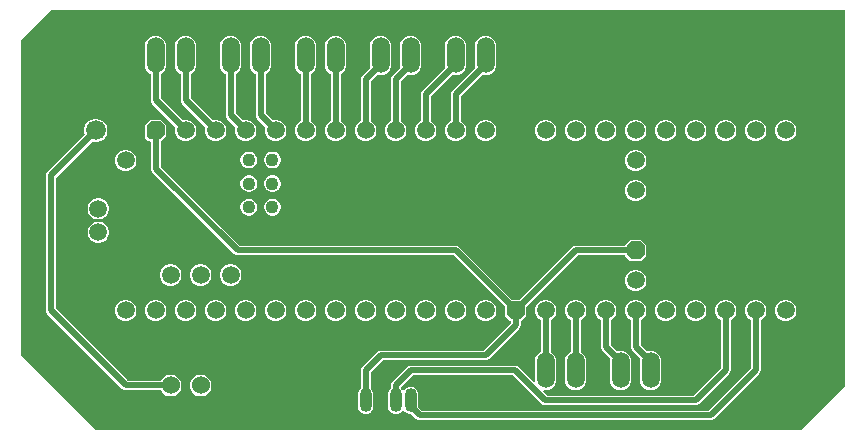
<source format=gbr>
%TF.GenerationSoftware,Altium Limited,Altium Designer,23.10.1 (27)*%
G04 Layer_Physical_Order=2*
G04 Layer_Color=16711680*
%FSLAX45Y45*%
%MOMM*%
%TF.SameCoordinates,CB5246A2-9B06-400F-A9B1-4411E20585CF*%
%TF.FilePolarity,Positive*%
%TF.FileFunction,Copper,L2,Bot,Signal*%
%TF.Part,Single*%
G01*
G75*
%TA.AperFunction,ComponentPad*%
%ADD10O,1.01600X2.03200*%
%ADD11C,1.10795*%
%ADD12C,1.50800*%
%ADD13R,1.50800X1.50800*%
G04:AMPARAMS|DCode=14|XSize=1.508mm|YSize=1.508mm|CornerRadius=0mm|HoleSize=0mm|Usage=FLASHONLY|Rotation=90.000|XOffset=0mm|YOffset=0mm|HoleType=Round|Shape=Octagon|*
%AMOCTAGOND14*
4,1,8,0.37700,0.75400,-0.37700,0.75400,-0.75400,0.37700,-0.75400,-0.37700,-0.37700,-0.75400,0.37700,-0.75400,0.75400,-0.37700,0.75400,0.37700,0.37700,0.75400,0.0*
%
%ADD14OCTAGOND14*%

%ADD15C,1.67640*%
%ADD16R,1.50800X1.50800*%
%ADD17O,1.50800X3.01600*%
%ADD18C,1.52400*%
%TA.AperFunction,Conductor*%
%ADD19C,0.50800*%
G36*
X7230529Y499529D02*
X6858000Y127000D01*
X889000D01*
X254000Y762000D01*
Y3429000D01*
X508000Y3683000D01*
X7230529D01*
Y499529D01*
D02*
G37*
%LPC*%
G36*
X4191000Y3468822D02*
X4167338Y3465707D01*
X4145289Y3456574D01*
X4126355Y3442045D01*
X4111826Y3423111D01*
X4102693Y3401062D01*
X4099578Y3377400D01*
Y3226600D01*
X4102693Y3202938D01*
X4104464Y3198664D01*
X3907700Y3001900D01*
X3898718Y2988457D01*
X3895564Y2972600D01*
Y2747739D01*
X3881346Y2739530D01*
X3864470Y2722654D01*
X3852537Y2701986D01*
X3846360Y2678933D01*
Y2655067D01*
X3852537Y2632014D01*
X3864470Y2611346D01*
X3881346Y2594470D01*
X3902014Y2582537D01*
X3925067Y2576360D01*
X3948933D01*
X3971986Y2582537D01*
X3992654Y2594470D01*
X4009530Y2611346D01*
X4021463Y2632014D01*
X4027640Y2655067D01*
Y2678933D01*
X4021463Y2701986D01*
X4009530Y2722654D01*
X3992654Y2739530D01*
X3978436Y2747739D01*
Y2955437D01*
X4163064Y3140064D01*
X4167338Y3138293D01*
X4191000Y3135178D01*
X4214662Y3138293D01*
X4236711Y3147426D01*
X4255645Y3161955D01*
X4270174Y3180889D01*
X4279307Y3202938D01*
X4282422Y3226600D01*
Y3377400D01*
X4279307Y3401062D01*
X4270174Y3423111D01*
X4255645Y3442045D01*
X4236711Y3456574D01*
X4214662Y3465707D01*
X4191000Y3468822D01*
D02*
G37*
G36*
X3937000D02*
X3913338Y3465707D01*
X3891289Y3456574D01*
X3872355Y3442045D01*
X3857826Y3423111D01*
X3848693Y3401062D01*
X3845578Y3377400D01*
Y3226600D01*
X3848693Y3202938D01*
X3850464Y3198664D01*
X3653700Y3001900D01*
X3644718Y2988457D01*
X3641564Y2972600D01*
Y2747739D01*
X3627346Y2739530D01*
X3610470Y2722654D01*
X3598537Y2701986D01*
X3592360Y2678933D01*
Y2655067D01*
X3598537Y2632014D01*
X3610470Y2611346D01*
X3627346Y2594470D01*
X3648014Y2582537D01*
X3671067Y2576360D01*
X3694933D01*
X3717986Y2582537D01*
X3738654Y2594470D01*
X3755530Y2611346D01*
X3767463Y2632014D01*
X3773640Y2655067D01*
Y2678933D01*
X3767463Y2701986D01*
X3755530Y2722654D01*
X3738654Y2739530D01*
X3724436Y2747739D01*
Y2955437D01*
X3909064Y3140064D01*
X3913338Y3138293D01*
X3937000Y3135178D01*
X3960662Y3138293D01*
X3982711Y3147426D01*
X4001645Y3161955D01*
X4016174Y3180889D01*
X4025307Y3202938D01*
X4028422Y3226600D01*
Y3377400D01*
X4025307Y3401062D01*
X4016174Y3423111D01*
X4001645Y3442045D01*
X3982711Y3456574D01*
X3960662Y3465707D01*
X3937000Y3468822D01*
D02*
G37*
G36*
X3556000D02*
X3532338Y3465707D01*
X3510289Y3456574D01*
X3491355Y3442045D01*
X3476826Y3423111D01*
X3467693Y3401062D01*
X3464578Y3377400D01*
Y3226600D01*
X3467693Y3202938D01*
X3469464Y3198664D01*
X3399700Y3128900D01*
X3390718Y3115457D01*
X3387564Y3099600D01*
Y2747739D01*
X3373346Y2739530D01*
X3356470Y2722654D01*
X3344537Y2701986D01*
X3338360Y2678933D01*
Y2655067D01*
X3344537Y2632014D01*
X3356470Y2611346D01*
X3373346Y2594470D01*
X3394014Y2582537D01*
X3417067Y2576360D01*
X3440933D01*
X3463986Y2582537D01*
X3484654Y2594470D01*
X3501530Y2611346D01*
X3513463Y2632014D01*
X3519640Y2655067D01*
Y2678933D01*
X3513463Y2701986D01*
X3501530Y2722654D01*
X3484654Y2739530D01*
X3470436Y2747739D01*
Y3082437D01*
X3528064Y3140064D01*
X3532338Y3138293D01*
X3556000Y3135178D01*
X3579662Y3138293D01*
X3601711Y3147426D01*
X3620645Y3161955D01*
X3635174Y3180889D01*
X3644307Y3202938D01*
X3647422Y3226600D01*
Y3377400D01*
X3644307Y3401062D01*
X3635174Y3423111D01*
X3620645Y3442045D01*
X3601711Y3456574D01*
X3579662Y3465707D01*
X3556000Y3468822D01*
D02*
G37*
G36*
X3302000D02*
X3278338Y3465707D01*
X3256289Y3456574D01*
X3237355Y3442045D01*
X3222826Y3423111D01*
X3213693Y3401062D01*
X3210578Y3377400D01*
Y3226600D01*
X3213693Y3202938D01*
X3215464Y3198664D01*
X3145700Y3128900D01*
X3136718Y3115457D01*
X3133564Y3099600D01*
Y2747739D01*
X3119346Y2739530D01*
X3102470Y2722654D01*
X3090537Y2701986D01*
X3084360Y2678933D01*
Y2655067D01*
X3090537Y2632014D01*
X3102470Y2611346D01*
X3119346Y2594470D01*
X3140014Y2582537D01*
X3163067Y2576360D01*
X3186933D01*
X3209986Y2582537D01*
X3230654Y2594470D01*
X3247530Y2611346D01*
X3259463Y2632014D01*
X3265640Y2655067D01*
Y2678933D01*
X3259463Y2701986D01*
X3247530Y2722654D01*
X3230654Y2739530D01*
X3216436Y2747739D01*
Y3082437D01*
X3274064Y3140064D01*
X3278338Y3138293D01*
X3302000Y3135178D01*
X3325662Y3138293D01*
X3347711Y3147426D01*
X3366645Y3161955D01*
X3381174Y3180889D01*
X3390307Y3202938D01*
X3393422Y3226600D01*
Y3377400D01*
X3390307Y3401062D01*
X3381174Y3423111D01*
X3366645Y3442045D01*
X3347711Y3456574D01*
X3325662Y3465707D01*
X3302000Y3468822D01*
D02*
G37*
G36*
X6742933Y2757640D02*
X6719067D01*
X6696014Y2751463D01*
X6675346Y2739530D01*
X6658470Y2722654D01*
X6646537Y2701986D01*
X6640360Y2678933D01*
Y2655067D01*
X6646537Y2632014D01*
X6658470Y2611346D01*
X6675346Y2594470D01*
X6696014Y2582537D01*
X6719067Y2576360D01*
X6742933D01*
X6765986Y2582537D01*
X6786654Y2594470D01*
X6803530Y2611346D01*
X6815463Y2632014D01*
X6821640Y2655067D01*
Y2678933D01*
X6815463Y2701986D01*
X6803530Y2722654D01*
X6786654Y2739530D01*
X6765986Y2751463D01*
X6742933Y2757640D01*
D02*
G37*
G36*
X6488933D02*
X6465067D01*
X6442014Y2751463D01*
X6421346Y2739530D01*
X6404470Y2722654D01*
X6392537Y2701986D01*
X6386360Y2678933D01*
Y2655067D01*
X6392537Y2632014D01*
X6404470Y2611346D01*
X6421346Y2594470D01*
X6442014Y2582537D01*
X6465067Y2576360D01*
X6488933D01*
X6511986Y2582537D01*
X6532654Y2594470D01*
X6549530Y2611346D01*
X6561463Y2632014D01*
X6567640Y2655067D01*
Y2678933D01*
X6561463Y2701986D01*
X6549530Y2722654D01*
X6532654Y2739530D01*
X6511986Y2751463D01*
X6488933Y2757640D01*
D02*
G37*
G36*
X6234933D02*
X6211067D01*
X6188014Y2751463D01*
X6167346Y2739530D01*
X6150470Y2722654D01*
X6138537Y2701986D01*
X6132360Y2678933D01*
Y2655067D01*
X6138537Y2632014D01*
X6150470Y2611346D01*
X6167346Y2594470D01*
X6188014Y2582537D01*
X6211067Y2576360D01*
X6234933D01*
X6257986Y2582537D01*
X6278654Y2594470D01*
X6295530Y2611346D01*
X6307463Y2632014D01*
X6313640Y2655067D01*
Y2678933D01*
X6307463Y2701986D01*
X6295530Y2722654D01*
X6278654Y2739530D01*
X6257986Y2751463D01*
X6234933Y2757640D01*
D02*
G37*
G36*
X5980933D02*
X5957067D01*
X5934014Y2751463D01*
X5913346Y2739530D01*
X5896470Y2722654D01*
X5884537Y2701986D01*
X5878360Y2678933D01*
Y2655067D01*
X5884537Y2632014D01*
X5896470Y2611346D01*
X5913346Y2594470D01*
X5934014Y2582537D01*
X5957067Y2576360D01*
X5980933D01*
X6003986Y2582537D01*
X6024654Y2594470D01*
X6041530Y2611346D01*
X6053463Y2632014D01*
X6059640Y2655067D01*
Y2678933D01*
X6053463Y2701986D01*
X6041530Y2722654D01*
X6024654Y2739530D01*
X6003986Y2751463D01*
X5980933Y2757640D01*
D02*
G37*
G36*
X5726933D02*
X5703067D01*
X5680014Y2751463D01*
X5659346Y2739530D01*
X5642470Y2722654D01*
X5630537Y2701986D01*
X5624360Y2678933D01*
Y2655067D01*
X5630537Y2632014D01*
X5642470Y2611346D01*
X5659346Y2594470D01*
X5680014Y2582537D01*
X5703067Y2576360D01*
X5726933D01*
X5749986Y2582537D01*
X5770654Y2594470D01*
X5787530Y2611346D01*
X5799463Y2632014D01*
X5805640Y2655067D01*
Y2678933D01*
X5799463Y2701986D01*
X5787530Y2722654D01*
X5770654Y2739530D01*
X5749986Y2751463D01*
X5726933Y2757640D01*
D02*
G37*
G36*
X5472933D02*
X5449067D01*
X5426014Y2751463D01*
X5405346Y2739530D01*
X5388470Y2722654D01*
X5376537Y2701986D01*
X5370360Y2678933D01*
Y2655067D01*
X5376537Y2632014D01*
X5388470Y2611346D01*
X5405346Y2594470D01*
X5426014Y2582537D01*
X5449067Y2576360D01*
X5472933D01*
X5495986Y2582537D01*
X5516654Y2594470D01*
X5533530Y2611346D01*
X5545463Y2632014D01*
X5551640Y2655067D01*
Y2678933D01*
X5545463Y2701986D01*
X5533530Y2722654D01*
X5516654Y2739530D01*
X5495986Y2751463D01*
X5472933Y2757640D01*
D02*
G37*
G36*
X5218933D02*
X5195067D01*
X5172014Y2751463D01*
X5151346Y2739530D01*
X5134470Y2722654D01*
X5122537Y2701986D01*
X5116360Y2678933D01*
Y2655067D01*
X5122537Y2632014D01*
X5134470Y2611346D01*
X5151346Y2594470D01*
X5172014Y2582537D01*
X5195067Y2576360D01*
X5218933D01*
X5241986Y2582537D01*
X5262654Y2594470D01*
X5279530Y2611346D01*
X5291463Y2632014D01*
X5297640Y2655067D01*
Y2678933D01*
X5291463Y2701986D01*
X5279530Y2722654D01*
X5262654Y2739530D01*
X5241986Y2751463D01*
X5218933Y2757640D01*
D02*
G37*
G36*
X4964933D02*
X4941067D01*
X4918014Y2751463D01*
X4897346Y2739530D01*
X4880470Y2722654D01*
X4868537Y2701986D01*
X4862360Y2678933D01*
Y2655067D01*
X4868537Y2632014D01*
X4880470Y2611346D01*
X4897346Y2594470D01*
X4918014Y2582537D01*
X4941067Y2576360D01*
X4964933D01*
X4987986Y2582537D01*
X5008654Y2594470D01*
X5025530Y2611346D01*
X5037463Y2632014D01*
X5043640Y2655067D01*
Y2678933D01*
X5037463Y2701986D01*
X5025530Y2722654D01*
X5008654Y2739530D01*
X4987986Y2751463D01*
X4964933Y2757640D01*
D02*
G37*
G36*
X4710933D02*
X4687067D01*
X4664014Y2751463D01*
X4643346Y2739530D01*
X4626470Y2722654D01*
X4614537Y2701986D01*
X4608360Y2678933D01*
Y2655067D01*
X4614537Y2632014D01*
X4626470Y2611346D01*
X4643346Y2594470D01*
X4664014Y2582537D01*
X4687067Y2576360D01*
X4710933D01*
X4733986Y2582537D01*
X4754654Y2594470D01*
X4771530Y2611346D01*
X4783463Y2632014D01*
X4789640Y2655067D01*
Y2678933D01*
X4783463Y2701986D01*
X4771530Y2722654D01*
X4754654Y2739530D01*
X4733986Y2751463D01*
X4710933Y2757640D01*
D02*
G37*
G36*
X4202933D02*
X4179067D01*
X4156014Y2751463D01*
X4135346Y2739530D01*
X4118470Y2722654D01*
X4106537Y2701986D01*
X4100360Y2678933D01*
Y2655067D01*
X4106537Y2632014D01*
X4118470Y2611346D01*
X4135346Y2594470D01*
X4156014Y2582537D01*
X4179067Y2576360D01*
X4202933D01*
X4225986Y2582537D01*
X4246654Y2594470D01*
X4263530Y2611346D01*
X4275463Y2632014D01*
X4281640Y2655067D01*
Y2678933D01*
X4275463Y2701986D01*
X4263530Y2722654D01*
X4246654Y2739530D01*
X4225986Y2751463D01*
X4202933Y2757640D01*
D02*
G37*
G36*
X2921000Y3468822D02*
X2897338Y3465707D01*
X2875289Y3456574D01*
X2856355Y3442045D01*
X2841826Y3423111D01*
X2832693Y3401062D01*
X2829578Y3377400D01*
Y3226600D01*
X2832693Y3202938D01*
X2841826Y3180889D01*
X2856355Y3161955D01*
X2875289Y3147426D01*
X2879564Y3145656D01*
Y2747739D01*
X2865346Y2739530D01*
X2848470Y2722654D01*
X2836537Y2701986D01*
X2830360Y2678933D01*
Y2655067D01*
X2836537Y2632014D01*
X2848470Y2611346D01*
X2865346Y2594470D01*
X2886014Y2582537D01*
X2909067Y2576360D01*
X2932933D01*
X2955986Y2582537D01*
X2976654Y2594470D01*
X2993530Y2611346D01*
X3005463Y2632014D01*
X3011640Y2655067D01*
Y2678933D01*
X3005463Y2701986D01*
X2993530Y2722654D01*
X2976654Y2739530D01*
X2962436Y2747739D01*
Y3145656D01*
X2966711Y3147426D01*
X2985645Y3161955D01*
X3000174Y3180889D01*
X3009307Y3202938D01*
X3012422Y3226600D01*
Y3377400D01*
X3009307Y3401062D01*
X3000174Y3423111D01*
X2985645Y3442045D01*
X2966711Y3456574D01*
X2944662Y3465707D01*
X2921000Y3468822D01*
D02*
G37*
G36*
X2667000D02*
X2643338Y3465707D01*
X2621289Y3456574D01*
X2602355Y3442045D01*
X2587826Y3423111D01*
X2578693Y3401062D01*
X2575578Y3377400D01*
Y3226600D01*
X2578693Y3202938D01*
X2587826Y3180889D01*
X2602355Y3161955D01*
X2621289Y3147426D01*
X2625564Y3145656D01*
Y2747739D01*
X2611346Y2739530D01*
X2594470Y2722654D01*
X2582537Y2701986D01*
X2576360Y2678933D01*
Y2655067D01*
X2582537Y2632014D01*
X2594470Y2611346D01*
X2611346Y2594470D01*
X2632014Y2582537D01*
X2655067Y2576360D01*
X2678933D01*
X2701986Y2582537D01*
X2722654Y2594470D01*
X2739530Y2611346D01*
X2751463Y2632014D01*
X2757640Y2655067D01*
Y2678933D01*
X2751463Y2701986D01*
X2739530Y2722654D01*
X2722654Y2739530D01*
X2708436Y2747739D01*
Y3145656D01*
X2712711Y3147426D01*
X2731645Y3161955D01*
X2746174Y3180889D01*
X2755307Y3202938D01*
X2758422Y3226600D01*
Y3377400D01*
X2755307Y3401062D01*
X2746174Y3423111D01*
X2731645Y3442045D01*
X2712711Y3456574D01*
X2690662Y3465707D01*
X2667000Y3468822D01*
D02*
G37*
G36*
X2286000D02*
X2262338Y3465707D01*
X2240289Y3456574D01*
X2221355Y3442045D01*
X2206826Y3423111D01*
X2197693Y3401062D01*
X2194578Y3377400D01*
Y3226600D01*
X2197693Y3202938D01*
X2206826Y3180889D01*
X2221355Y3161955D01*
X2240289Y3147426D01*
X2244564Y3145656D01*
Y2794000D01*
X2247718Y2778143D01*
X2256700Y2764700D01*
X2326609Y2694791D01*
X2322360Y2678933D01*
Y2655067D01*
X2328537Y2632014D01*
X2340470Y2611346D01*
X2357346Y2594470D01*
X2378014Y2582537D01*
X2401067Y2576360D01*
X2424933D01*
X2447986Y2582537D01*
X2468654Y2594470D01*
X2485530Y2611346D01*
X2497463Y2632014D01*
X2503640Y2655067D01*
Y2678933D01*
X2497463Y2701986D01*
X2485530Y2722654D01*
X2468654Y2739530D01*
X2447986Y2751463D01*
X2424933Y2757640D01*
X2401067D01*
X2385209Y2753391D01*
X2327436Y2811164D01*
Y3145656D01*
X2331711Y3147426D01*
X2350645Y3161955D01*
X2365174Y3180889D01*
X2374307Y3202938D01*
X2377422Y3226600D01*
Y3377400D01*
X2374307Y3401062D01*
X2365174Y3423111D01*
X2350645Y3442045D01*
X2331711Y3456574D01*
X2309662Y3465707D01*
X2286000Y3468822D01*
D02*
G37*
G36*
X2032000D02*
X2008338Y3465707D01*
X1986289Y3456574D01*
X1967355Y3442045D01*
X1952826Y3423111D01*
X1943693Y3401062D01*
X1940578Y3377400D01*
Y3226600D01*
X1943693Y3202938D01*
X1952826Y3180889D01*
X1967355Y3161955D01*
X1986289Y3147426D01*
X1990564Y3145656D01*
Y2794000D01*
X1993718Y2778143D01*
X2002700Y2764700D01*
X2072609Y2694791D01*
X2068360Y2678933D01*
Y2655067D01*
X2074537Y2632014D01*
X2086470Y2611346D01*
X2103346Y2594470D01*
X2124014Y2582537D01*
X2147067Y2576360D01*
X2170933D01*
X2193986Y2582537D01*
X2214654Y2594470D01*
X2231530Y2611346D01*
X2243463Y2632014D01*
X2249640Y2655067D01*
Y2678933D01*
X2243463Y2701986D01*
X2231530Y2722654D01*
X2214654Y2739530D01*
X2193986Y2751463D01*
X2170933Y2757640D01*
X2147067D01*
X2131209Y2753391D01*
X2073436Y2811164D01*
Y3145656D01*
X2077711Y3147426D01*
X2096645Y3161955D01*
X2111174Y3180889D01*
X2120307Y3202938D01*
X2123422Y3226600D01*
Y3377400D01*
X2120307Y3401062D01*
X2111174Y3423111D01*
X2096645Y3442045D01*
X2077711Y3456574D01*
X2055662Y3465707D01*
X2032000Y3468822D01*
D02*
G37*
G36*
X1651000D02*
X1627338Y3465707D01*
X1605289Y3456574D01*
X1586355Y3442045D01*
X1571826Y3423111D01*
X1562693Y3401062D01*
X1559578Y3377400D01*
Y3226600D01*
X1562693Y3202938D01*
X1571826Y3180889D01*
X1586355Y3161955D01*
X1605289Y3147426D01*
X1609564Y3145656D01*
Y2921000D01*
X1612718Y2905143D01*
X1621700Y2891700D01*
X1818609Y2694791D01*
X1814360Y2678933D01*
Y2655067D01*
X1820537Y2632014D01*
X1832470Y2611346D01*
X1849346Y2594470D01*
X1870014Y2582537D01*
X1893067Y2576360D01*
X1916933D01*
X1939986Y2582537D01*
X1960654Y2594470D01*
X1977530Y2611346D01*
X1989463Y2632014D01*
X1995640Y2655067D01*
Y2678933D01*
X1989463Y2701986D01*
X1977530Y2722654D01*
X1960654Y2739530D01*
X1939986Y2751463D01*
X1916933Y2757640D01*
X1893067D01*
X1877209Y2753391D01*
X1692436Y2938164D01*
Y3145656D01*
X1696711Y3147426D01*
X1715645Y3161955D01*
X1730174Y3180889D01*
X1739307Y3202938D01*
X1742422Y3226600D01*
Y3377400D01*
X1739307Y3401062D01*
X1730174Y3423111D01*
X1715645Y3442045D01*
X1696711Y3456574D01*
X1674662Y3465707D01*
X1651000Y3468822D01*
D02*
G37*
G36*
X1397000D02*
X1373338Y3465707D01*
X1351289Y3456574D01*
X1332355Y3442045D01*
X1317826Y3423111D01*
X1308693Y3401062D01*
X1305578Y3377400D01*
Y3226600D01*
X1308693Y3202938D01*
X1317826Y3180889D01*
X1332355Y3161955D01*
X1351289Y3147426D01*
X1355564Y3145656D01*
Y2921000D01*
X1358718Y2905143D01*
X1367700Y2891700D01*
X1564609Y2694791D01*
X1560360Y2678933D01*
Y2655067D01*
X1566537Y2632014D01*
X1578470Y2611346D01*
X1595346Y2594470D01*
X1616014Y2582537D01*
X1639067Y2576360D01*
X1662933D01*
X1685986Y2582537D01*
X1706654Y2594470D01*
X1723530Y2611346D01*
X1735463Y2632014D01*
X1741640Y2655067D01*
Y2678933D01*
X1735463Y2701986D01*
X1723530Y2722654D01*
X1706654Y2739530D01*
X1685986Y2751463D01*
X1662933Y2757640D01*
X1639067D01*
X1623209Y2753391D01*
X1438436Y2938164D01*
Y3145656D01*
X1442711Y3147426D01*
X1461645Y3161955D01*
X1476174Y3180889D01*
X1485307Y3202938D01*
X1488422Y3226600D01*
Y3377400D01*
X1485307Y3401062D01*
X1476174Y3423111D01*
X1461645Y3442045D01*
X1442711Y3456574D01*
X1420662Y3465707D01*
X1397000Y3468822D01*
D02*
G37*
G36*
X902041Y2766060D02*
X875959D01*
X850764Y2759309D01*
X828176Y2746268D01*
X809732Y2727824D01*
X796691Y2705236D01*
X789940Y2680041D01*
Y2653959D01*
X795734Y2632334D01*
X478700Y2315300D01*
X469718Y2301857D01*
X466564Y2286000D01*
Y1143000D01*
X469718Y1127143D01*
X478700Y1113700D01*
X1113700Y478700D01*
X1127143Y469718D01*
X1143000Y466564D01*
X1442337D01*
X1450830Y451855D01*
X1467855Y434830D01*
X1488705Y422792D01*
X1511962Y416560D01*
X1536038D01*
X1559295Y422792D01*
X1580145Y434830D01*
X1597170Y451855D01*
X1609208Y472705D01*
X1615440Y495962D01*
Y520038D01*
X1609208Y543295D01*
X1597170Y564145D01*
X1580145Y581170D01*
X1559295Y593208D01*
X1536038Y599440D01*
X1511962D01*
X1488705Y593208D01*
X1467855Y581170D01*
X1450830Y564145D01*
X1442337Y549436D01*
X1160164D01*
X549436Y1160164D01*
Y2268836D01*
X854334Y2573734D01*
X875959Y2567940D01*
X902041D01*
X927236Y2574691D01*
X949824Y2587732D01*
X968268Y2606176D01*
X981309Y2628764D01*
X988060Y2653959D01*
Y2680041D01*
X981309Y2705236D01*
X968268Y2727824D01*
X949824Y2746268D01*
X927236Y2759309D01*
X902041Y2766060D01*
D02*
G37*
G36*
X2395300Y2487625D02*
X2376700D01*
X2358735Y2482811D01*
X2342627Y2473512D01*
X2329476Y2460360D01*
X2320176Y2444253D01*
X2315362Y2426288D01*
Y2407688D01*
X2320176Y2389723D01*
X2329476Y2373615D01*
X2342627Y2360464D01*
X2358735Y2351164D01*
X2376700Y2346350D01*
X2395300D01*
X2413265Y2351164D01*
X2429372Y2360464D01*
X2442524Y2373615D01*
X2451823Y2389723D01*
X2456637Y2407688D01*
Y2426288D01*
X2451823Y2444253D01*
X2442524Y2460360D01*
X2429372Y2473512D01*
X2413265Y2482811D01*
X2395300Y2487625D01*
D02*
G37*
G36*
X2195300D02*
X2176700D01*
X2158735Y2482811D01*
X2142628Y2473512D01*
X2129476Y2460360D01*
X2120177Y2444253D01*
X2115363Y2426288D01*
Y2407688D01*
X2120177Y2389723D01*
X2129476Y2373615D01*
X2142628Y2360464D01*
X2158735Y2351164D01*
X2176700Y2346350D01*
X2195300D01*
X2213265Y2351164D01*
X2229373Y2360464D01*
X2242524Y2373615D01*
X2251824Y2389723D01*
X2256638Y2407688D01*
Y2426288D01*
X2251824Y2444253D01*
X2242524Y2460360D01*
X2229373Y2473512D01*
X2213265Y2482811D01*
X2195300Y2487625D01*
D02*
G37*
G36*
X5472933Y2503640D02*
X5449067D01*
X5426014Y2497463D01*
X5405346Y2485530D01*
X5388470Y2468654D01*
X5376537Y2447986D01*
X5370360Y2424933D01*
Y2401067D01*
X5376537Y2378014D01*
X5388470Y2357346D01*
X5405346Y2340470D01*
X5426014Y2328537D01*
X5449067Y2322360D01*
X5472933D01*
X5495986Y2328537D01*
X5516654Y2340470D01*
X5533530Y2357346D01*
X5545463Y2378014D01*
X5551640Y2401067D01*
Y2424933D01*
X5545463Y2447986D01*
X5533530Y2468654D01*
X5516654Y2485530D01*
X5495986Y2497463D01*
X5472933Y2503640D01*
D02*
G37*
G36*
X1154933D02*
X1131067D01*
X1108014Y2497463D01*
X1087346Y2485530D01*
X1070470Y2468654D01*
X1058537Y2447986D01*
X1052360Y2424933D01*
Y2401067D01*
X1058537Y2378014D01*
X1070470Y2357346D01*
X1087346Y2340470D01*
X1108014Y2328537D01*
X1131067Y2322360D01*
X1154933D01*
X1177986Y2328537D01*
X1198654Y2340470D01*
X1215530Y2357346D01*
X1227463Y2378014D01*
X1233640Y2401067D01*
Y2424933D01*
X1227463Y2447986D01*
X1215530Y2468654D01*
X1198654Y2485530D01*
X1177986Y2497463D01*
X1154933Y2503640D01*
D02*
G37*
G36*
X2395300Y2287626D02*
X2376700D01*
X2358735Y2282812D01*
X2342627Y2273512D01*
X2329476Y2260361D01*
X2320176Y2244253D01*
X2315362Y2226288D01*
Y2207688D01*
X2320176Y2189723D01*
X2329476Y2173616D01*
X2342627Y2160464D01*
X2358735Y2151165D01*
X2376700Y2146351D01*
X2395300D01*
X2413265Y2151165D01*
X2429372Y2160464D01*
X2442524Y2173616D01*
X2451823Y2189723D01*
X2456637Y2207688D01*
Y2226288D01*
X2451823Y2244253D01*
X2442524Y2260361D01*
X2429372Y2273512D01*
X2413265Y2282812D01*
X2395300Y2287626D01*
D02*
G37*
G36*
X2195300D02*
X2176700D01*
X2158735Y2282812D01*
X2142628Y2273512D01*
X2129476Y2260361D01*
X2120177Y2244253D01*
X2115363Y2226288D01*
Y2207688D01*
X2120177Y2189723D01*
X2129476Y2173616D01*
X2142628Y2160464D01*
X2158735Y2151165D01*
X2176700Y2146351D01*
X2195300D01*
X2213265Y2151165D01*
X2229373Y2160464D01*
X2242524Y2173616D01*
X2251824Y2189723D01*
X2256638Y2207688D01*
Y2226288D01*
X2251824Y2244253D01*
X2242524Y2260361D01*
X2229373Y2273512D01*
X2213265Y2282812D01*
X2195300Y2287626D01*
D02*
G37*
G36*
X5472933Y2249640D02*
X5449067D01*
X5426014Y2243463D01*
X5405346Y2231530D01*
X5388470Y2214654D01*
X5376537Y2193986D01*
X5370360Y2170933D01*
Y2147067D01*
X5376537Y2124014D01*
X5388470Y2103346D01*
X5405346Y2086470D01*
X5426014Y2074537D01*
X5449067Y2068360D01*
X5472933D01*
X5495986Y2074537D01*
X5516654Y2086470D01*
X5533530Y2103346D01*
X5545463Y2124014D01*
X5551640Y2147067D01*
Y2170933D01*
X5545463Y2193986D01*
X5533530Y2214654D01*
X5516654Y2231530D01*
X5495986Y2243463D01*
X5472933Y2249640D01*
D02*
G37*
G36*
X2395300Y2087626D02*
X2376700D01*
X2358735Y2082812D01*
X2342627Y2073513D01*
X2329476Y2060361D01*
X2320176Y2044254D01*
X2315362Y2026288D01*
Y2007689D01*
X2320176Y1989723D01*
X2329476Y1973616D01*
X2342627Y1960464D01*
X2358735Y1951165D01*
X2376700Y1946351D01*
X2395300D01*
X2413265Y1951165D01*
X2429372Y1960464D01*
X2442524Y1973616D01*
X2451823Y1989723D01*
X2456637Y2007689D01*
Y2026288D01*
X2451823Y2044254D01*
X2442524Y2060361D01*
X2429372Y2073513D01*
X2413265Y2082812D01*
X2395300Y2087626D01*
D02*
G37*
G36*
X2195300D02*
X2176700D01*
X2158735Y2082812D01*
X2142628Y2073513D01*
X2129476Y2060361D01*
X2120177Y2044254D01*
X2115363Y2026288D01*
Y2007689D01*
X2120177Y1989723D01*
X2129476Y1973616D01*
X2142628Y1960464D01*
X2158735Y1951165D01*
X2176700Y1946351D01*
X2195300D01*
X2213265Y1951165D01*
X2229373Y1960464D01*
X2242524Y1973616D01*
X2251824Y1989723D01*
X2256638Y2007689D01*
Y2026288D01*
X2251824Y2044254D01*
X2242524Y2060361D01*
X2229373Y2073513D01*
X2213265Y2082812D01*
X2195300Y2087626D01*
D02*
G37*
G36*
X923945Y2095640D02*
X900079D01*
X877027Y2089463D01*
X856358Y2077530D01*
X839482Y2060654D01*
X827550Y2039986D01*
X821373Y2016933D01*
Y1993067D01*
X827550Y1970014D01*
X839482Y1949346D01*
X856358Y1932470D01*
X877027Y1920537D01*
X900079Y1914360D01*
X923945D01*
X946998Y1920537D01*
X967667Y1932470D01*
X984542Y1949346D01*
X996475Y1970014D01*
X1002652Y1993067D01*
Y2016933D01*
X996475Y2039986D01*
X984542Y2060654D01*
X967667Y2077530D01*
X946998Y2089463D01*
X923945Y2095640D01*
D02*
G37*
G36*
Y1895640D02*
X900079D01*
X877027Y1889463D01*
X856358Y1877530D01*
X839482Y1860654D01*
X827550Y1839986D01*
X821373Y1816933D01*
Y1793067D01*
X827550Y1770014D01*
X839482Y1749346D01*
X856358Y1732470D01*
X877027Y1720537D01*
X900079Y1714360D01*
X923945D01*
X946998Y1720537D01*
X967667Y1732470D01*
X984542Y1749346D01*
X996475Y1770014D01*
X1002652Y1793067D01*
Y1816933D01*
X996475Y1839986D01*
X984542Y1860654D01*
X967667Y1877530D01*
X946998Y1889463D01*
X923945Y1895640D01*
D02*
G37*
G36*
X1442320Y2757640D02*
X1351680D01*
X1306360Y2712320D01*
Y2621680D01*
X1307406Y2620634D01*
X1307304Y2620120D01*
X1310458Y2604264D01*
X1319440Y2590821D01*
X1332883Y2581838D01*
X1348740Y2578684D01*
X1355564Y2568891D01*
Y2344750D01*
X1358718Y2328893D01*
X1367700Y2315450D01*
X2061450Y1621700D01*
X2074893Y1612718D01*
X2090750Y1609563D01*
X2090751Y1609564D01*
X3919836D01*
X4354360Y1175040D01*
Y1097680D01*
X4399680Y1052360D01*
X4403564D01*
Y1033164D01*
X4173836Y803436D01*
X3302000D01*
X3286143Y800282D01*
X3272700Y791300D01*
X3145700Y664300D01*
X3136718Y650857D01*
X3133564Y635000D01*
Y483247D01*
X3127900Y478900D01*
X3117314Y465105D01*
X3110660Y449040D01*
X3108390Y431800D01*
Y330200D01*
X3110660Y312960D01*
X3117314Y296895D01*
X3127900Y283100D01*
X3141695Y272514D01*
X3157760Y265860D01*
X3175000Y263590D01*
X3192240Y265860D01*
X3208305Y272514D01*
X3222100Y283100D01*
X3232686Y296895D01*
X3239340Y312960D01*
X3241610Y330200D01*
Y431800D01*
X3239340Y449040D01*
X3232686Y465105D01*
X3222100Y478900D01*
X3216436Y483247D01*
Y617836D01*
X3319164Y720564D01*
X4191000D01*
X4206857Y723718D01*
X4220300Y732700D01*
X4474300Y986700D01*
X4483282Y1000143D01*
X4486437Y1016000D01*
X4486436Y1016001D01*
Y1052360D01*
X4490320D01*
X4535640Y1097680D01*
Y1175040D01*
X4970164Y1609564D01*
X5370360D01*
Y1605680D01*
X5415680Y1560360D01*
X5506320D01*
X5551640Y1605680D01*
Y1696320D01*
X5506320Y1741640D01*
X5415680D01*
X5370360Y1696320D01*
Y1692436D01*
X4953000D01*
X4937143Y1689282D01*
X4923700Y1680300D01*
X4477040Y1233640D01*
X4412960D01*
X3966300Y1680300D01*
X3952857Y1689282D01*
X3937000Y1692436D01*
X2107914D01*
X1438436Y2361914D01*
Y2576360D01*
X1442320D01*
X1487640Y2621680D01*
Y2712320D01*
X1442320Y2757640D01*
D02*
G37*
G36*
X2043933Y1533639D02*
X2020067D01*
X1997014Y1527462D01*
X1976346Y1515529D01*
X1959470Y1498654D01*
X1947537Y1477985D01*
X1941360Y1454932D01*
Y1431066D01*
X1947537Y1408014D01*
X1959470Y1387345D01*
X1976346Y1370469D01*
X1997014Y1358537D01*
X2020067Y1352359D01*
X2043933D01*
X2066986Y1358537D01*
X2087654Y1370469D01*
X2104530Y1387345D01*
X2116463Y1408014D01*
X2122640Y1431066D01*
Y1454932D01*
X2116463Y1477985D01*
X2104530Y1498654D01*
X2087654Y1515529D01*
X2066986Y1527462D01*
X2043933Y1533639D01*
D02*
G37*
G36*
X1789933D02*
X1766067D01*
X1743014Y1527462D01*
X1722346Y1515529D01*
X1705470Y1498654D01*
X1693537Y1477985D01*
X1687360Y1454932D01*
Y1431066D01*
X1693537Y1408014D01*
X1705470Y1387345D01*
X1722346Y1370469D01*
X1743014Y1358537D01*
X1766067Y1352359D01*
X1789933D01*
X1812986Y1358537D01*
X1833654Y1370469D01*
X1850530Y1387345D01*
X1862463Y1408014D01*
X1868640Y1431066D01*
Y1454932D01*
X1862463Y1477985D01*
X1850530Y1498654D01*
X1833654Y1515529D01*
X1812986Y1527462D01*
X1789933Y1533639D01*
D02*
G37*
G36*
X1535933D02*
X1512067D01*
X1489014Y1527462D01*
X1468346Y1515529D01*
X1451470Y1498654D01*
X1439537Y1477985D01*
X1433360Y1454932D01*
Y1431066D01*
X1439537Y1408014D01*
X1451470Y1387345D01*
X1468346Y1370469D01*
X1489014Y1358537D01*
X1512067Y1352359D01*
X1535933D01*
X1558986Y1358537D01*
X1579654Y1370469D01*
X1596530Y1387345D01*
X1608463Y1408014D01*
X1614640Y1431066D01*
Y1454932D01*
X1608463Y1477985D01*
X1596530Y1498654D01*
X1579654Y1515529D01*
X1558986Y1527462D01*
X1535933Y1533639D01*
D02*
G37*
G36*
X5472933Y1487640D02*
X5449067D01*
X5426014Y1481463D01*
X5405346Y1469530D01*
X5388470Y1452654D01*
X5376537Y1431986D01*
X5370360Y1408933D01*
Y1385067D01*
X5376537Y1362014D01*
X5388470Y1341346D01*
X5405346Y1324470D01*
X5426014Y1312537D01*
X5449067Y1306360D01*
X5472933D01*
X5495986Y1312537D01*
X5516654Y1324470D01*
X5533530Y1341346D01*
X5545463Y1362014D01*
X5551640Y1385067D01*
Y1408933D01*
X5545463Y1431986D01*
X5533530Y1452654D01*
X5516654Y1469530D01*
X5495986Y1481463D01*
X5472933Y1487640D01*
D02*
G37*
G36*
X6742933Y1233640D02*
X6719067D01*
X6696014Y1227463D01*
X6675346Y1215530D01*
X6658470Y1198654D01*
X6646537Y1177986D01*
X6640360Y1154933D01*
Y1131067D01*
X6646537Y1108014D01*
X6658470Y1087346D01*
X6675346Y1070470D01*
X6696014Y1058537D01*
X6719067Y1052360D01*
X6742933D01*
X6765986Y1058537D01*
X6786654Y1070470D01*
X6803530Y1087346D01*
X6815463Y1108014D01*
X6821640Y1131067D01*
Y1154933D01*
X6815463Y1177986D01*
X6803530Y1198654D01*
X6786654Y1215530D01*
X6765986Y1227463D01*
X6742933Y1233640D01*
D02*
G37*
G36*
X5980933D02*
X5957067D01*
X5934014Y1227463D01*
X5913346Y1215530D01*
X5896470Y1198654D01*
X5884537Y1177986D01*
X5878360Y1154933D01*
Y1131067D01*
X5884537Y1108014D01*
X5896470Y1087346D01*
X5913346Y1070470D01*
X5934014Y1058537D01*
X5957067Y1052360D01*
X5980933D01*
X6003986Y1058537D01*
X6024654Y1070470D01*
X6041530Y1087346D01*
X6053463Y1108014D01*
X6059640Y1131067D01*
Y1154933D01*
X6053463Y1177986D01*
X6041530Y1198654D01*
X6024654Y1215530D01*
X6003986Y1227463D01*
X5980933Y1233640D01*
D02*
G37*
G36*
X5726933D02*
X5703067D01*
X5680014Y1227463D01*
X5659346Y1215530D01*
X5642470Y1198654D01*
X5630537Y1177986D01*
X5624360Y1154933D01*
Y1131067D01*
X5630537Y1108014D01*
X5642470Y1087346D01*
X5659346Y1070470D01*
X5680014Y1058537D01*
X5703067Y1052360D01*
X5726933D01*
X5749986Y1058537D01*
X5770654Y1070470D01*
X5787530Y1087346D01*
X5799463Y1108014D01*
X5805640Y1131067D01*
Y1154933D01*
X5799463Y1177986D01*
X5787530Y1198654D01*
X5770654Y1215530D01*
X5749986Y1227463D01*
X5726933Y1233640D01*
D02*
G37*
G36*
X4202933D02*
X4179067D01*
X4156014Y1227463D01*
X4135346Y1215530D01*
X4118470Y1198654D01*
X4106537Y1177986D01*
X4100360Y1154933D01*
Y1131067D01*
X4106537Y1108014D01*
X4118470Y1087346D01*
X4135346Y1070470D01*
X4156014Y1058537D01*
X4179067Y1052360D01*
X4202933D01*
X4225986Y1058537D01*
X4246654Y1070470D01*
X4263530Y1087346D01*
X4275463Y1108014D01*
X4281640Y1131067D01*
Y1154933D01*
X4275463Y1177986D01*
X4263530Y1198654D01*
X4246654Y1215530D01*
X4225986Y1227463D01*
X4202933Y1233640D01*
D02*
G37*
G36*
X3948933D02*
X3925067D01*
X3902014Y1227463D01*
X3881346Y1215530D01*
X3864470Y1198654D01*
X3852537Y1177986D01*
X3846360Y1154933D01*
Y1131067D01*
X3852537Y1108014D01*
X3864470Y1087346D01*
X3881346Y1070470D01*
X3902014Y1058537D01*
X3925067Y1052360D01*
X3948933D01*
X3971986Y1058537D01*
X3992654Y1070470D01*
X4009530Y1087346D01*
X4021463Y1108014D01*
X4027640Y1131067D01*
Y1154933D01*
X4021463Y1177986D01*
X4009530Y1198654D01*
X3992654Y1215530D01*
X3971986Y1227463D01*
X3948933Y1233640D01*
D02*
G37*
G36*
X3694933D02*
X3671067D01*
X3648014Y1227463D01*
X3627346Y1215530D01*
X3610470Y1198654D01*
X3598537Y1177986D01*
X3592360Y1154933D01*
Y1131067D01*
X3598537Y1108014D01*
X3610470Y1087346D01*
X3627346Y1070470D01*
X3648014Y1058537D01*
X3671067Y1052360D01*
X3694933D01*
X3717986Y1058537D01*
X3738654Y1070470D01*
X3755530Y1087346D01*
X3767463Y1108014D01*
X3773640Y1131067D01*
Y1154933D01*
X3767463Y1177986D01*
X3755530Y1198654D01*
X3738654Y1215530D01*
X3717986Y1227463D01*
X3694933Y1233640D01*
D02*
G37*
G36*
X3440933D02*
X3417067D01*
X3394014Y1227463D01*
X3373346Y1215530D01*
X3356470Y1198654D01*
X3344537Y1177986D01*
X3338360Y1154933D01*
Y1131067D01*
X3344537Y1108014D01*
X3356470Y1087346D01*
X3373346Y1070470D01*
X3394014Y1058537D01*
X3417067Y1052360D01*
X3440933D01*
X3463986Y1058537D01*
X3484654Y1070470D01*
X3501530Y1087346D01*
X3513463Y1108014D01*
X3519640Y1131067D01*
Y1154933D01*
X3513463Y1177986D01*
X3501530Y1198654D01*
X3484654Y1215530D01*
X3463986Y1227463D01*
X3440933Y1233640D01*
D02*
G37*
G36*
X3186933D02*
X3163067D01*
X3140014Y1227463D01*
X3119346Y1215530D01*
X3102470Y1198654D01*
X3090537Y1177986D01*
X3084360Y1154933D01*
Y1131067D01*
X3090537Y1108014D01*
X3102470Y1087346D01*
X3119346Y1070470D01*
X3140014Y1058537D01*
X3163067Y1052360D01*
X3186933D01*
X3209986Y1058537D01*
X3230654Y1070470D01*
X3247530Y1087346D01*
X3259463Y1108014D01*
X3265640Y1131067D01*
Y1154933D01*
X3259463Y1177986D01*
X3247530Y1198654D01*
X3230654Y1215530D01*
X3209986Y1227463D01*
X3186933Y1233640D01*
D02*
G37*
G36*
X2932933D02*
X2909067D01*
X2886014Y1227463D01*
X2865346Y1215530D01*
X2848470Y1198654D01*
X2836537Y1177986D01*
X2830360Y1154933D01*
Y1131067D01*
X2836537Y1108014D01*
X2848470Y1087346D01*
X2865346Y1070470D01*
X2886014Y1058537D01*
X2909067Y1052360D01*
X2932933D01*
X2955986Y1058537D01*
X2976654Y1070470D01*
X2993530Y1087346D01*
X3005463Y1108014D01*
X3011640Y1131067D01*
Y1154933D01*
X3005463Y1177986D01*
X2993530Y1198654D01*
X2976654Y1215530D01*
X2955986Y1227463D01*
X2932933Y1233640D01*
D02*
G37*
G36*
X2678933D02*
X2655067D01*
X2632014Y1227463D01*
X2611346Y1215530D01*
X2594470Y1198654D01*
X2582537Y1177986D01*
X2576360Y1154933D01*
Y1131067D01*
X2582537Y1108014D01*
X2594470Y1087346D01*
X2611346Y1070470D01*
X2632014Y1058537D01*
X2655067Y1052360D01*
X2678933D01*
X2701986Y1058537D01*
X2722654Y1070470D01*
X2739530Y1087346D01*
X2751463Y1108014D01*
X2757640Y1131067D01*
Y1154933D01*
X2751463Y1177986D01*
X2739530Y1198654D01*
X2722654Y1215530D01*
X2701986Y1227463D01*
X2678933Y1233640D01*
D02*
G37*
G36*
X2424933D02*
X2401067D01*
X2378014Y1227463D01*
X2357346Y1215530D01*
X2340470Y1198654D01*
X2328537Y1177986D01*
X2322360Y1154933D01*
Y1131067D01*
X2328537Y1108014D01*
X2340470Y1087346D01*
X2357346Y1070470D01*
X2378014Y1058537D01*
X2401067Y1052360D01*
X2424933D01*
X2447986Y1058537D01*
X2468654Y1070470D01*
X2485530Y1087346D01*
X2497463Y1108014D01*
X2503640Y1131067D01*
Y1154933D01*
X2497463Y1177986D01*
X2485530Y1198654D01*
X2468654Y1215530D01*
X2447986Y1227463D01*
X2424933Y1233640D01*
D02*
G37*
G36*
X2170933D02*
X2147067D01*
X2124014Y1227463D01*
X2103346Y1215530D01*
X2086470Y1198654D01*
X2074537Y1177986D01*
X2068360Y1154933D01*
Y1131067D01*
X2074537Y1108014D01*
X2086470Y1087346D01*
X2103346Y1070470D01*
X2124014Y1058537D01*
X2147067Y1052360D01*
X2170933D01*
X2193986Y1058537D01*
X2214654Y1070470D01*
X2231530Y1087346D01*
X2243463Y1108014D01*
X2249640Y1131067D01*
Y1154933D01*
X2243463Y1177986D01*
X2231530Y1198654D01*
X2214654Y1215530D01*
X2193986Y1227463D01*
X2170933Y1233640D01*
D02*
G37*
G36*
X1916933D02*
X1893067D01*
X1870014Y1227463D01*
X1849346Y1215530D01*
X1832470Y1198654D01*
X1820537Y1177986D01*
X1814360Y1154933D01*
Y1131067D01*
X1820537Y1108014D01*
X1832470Y1087346D01*
X1849346Y1070470D01*
X1870014Y1058537D01*
X1893067Y1052360D01*
X1916933D01*
X1939986Y1058537D01*
X1960654Y1070470D01*
X1977530Y1087346D01*
X1989463Y1108014D01*
X1995640Y1131067D01*
Y1154933D01*
X1989463Y1177986D01*
X1977530Y1198654D01*
X1960654Y1215530D01*
X1939986Y1227463D01*
X1916933Y1233640D01*
D02*
G37*
G36*
X1662933D02*
X1639067D01*
X1616014Y1227463D01*
X1595346Y1215530D01*
X1578470Y1198654D01*
X1566537Y1177986D01*
X1560360Y1154933D01*
Y1131067D01*
X1566537Y1108014D01*
X1578470Y1087346D01*
X1595346Y1070470D01*
X1616014Y1058537D01*
X1639067Y1052360D01*
X1662933D01*
X1685986Y1058537D01*
X1706654Y1070470D01*
X1723530Y1087346D01*
X1735463Y1108014D01*
X1741640Y1131067D01*
Y1154933D01*
X1735463Y1177986D01*
X1723530Y1198654D01*
X1706654Y1215530D01*
X1685986Y1227463D01*
X1662933Y1233640D01*
D02*
G37*
G36*
X1408933D02*
X1385067D01*
X1362014Y1227463D01*
X1341346Y1215530D01*
X1324470Y1198654D01*
X1312537Y1177986D01*
X1306360Y1154933D01*
Y1131067D01*
X1312537Y1108014D01*
X1324470Y1087346D01*
X1341346Y1070470D01*
X1362014Y1058537D01*
X1385067Y1052360D01*
X1408933D01*
X1431986Y1058537D01*
X1452654Y1070470D01*
X1469530Y1087346D01*
X1481463Y1108014D01*
X1487640Y1131067D01*
Y1154933D01*
X1481463Y1177986D01*
X1469530Y1198654D01*
X1452654Y1215530D01*
X1431986Y1227463D01*
X1408933Y1233640D01*
D02*
G37*
G36*
X1154933D02*
X1131067D01*
X1108014Y1227463D01*
X1087346Y1215530D01*
X1070470Y1198654D01*
X1058537Y1177986D01*
X1052360Y1154933D01*
Y1131067D01*
X1058537Y1108014D01*
X1070470Y1087346D01*
X1087346Y1070470D01*
X1108014Y1058537D01*
X1131067Y1052360D01*
X1154933D01*
X1177986Y1058537D01*
X1198654Y1070470D01*
X1215530Y1087346D01*
X1227463Y1108014D01*
X1233640Y1131067D01*
Y1154933D01*
X1227463Y1177986D01*
X1215530Y1198654D01*
X1198654Y1215530D01*
X1177986Y1227463D01*
X1154933Y1233640D01*
D02*
G37*
G36*
X5472933D02*
X5449067D01*
X5426014Y1227463D01*
X5405346Y1215530D01*
X5388470Y1198654D01*
X5376537Y1177986D01*
X5370360Y1154933D01*
Y1131067D01*
X5376537Y1108014D01*
X5388470Y1087346D01*
X5405346Y1070470D01*
X5419564Y1062261D01*
Y837400D01*
X5422718Y821543D01*
X5431700Y808100D01*
X5501464Y738336D01*
X5499693Y734062D01*
X5496578Y710400D01*
Y559600D01*
X5499693Y535938D01*
X5508826Y513889D01*
X5523355Y494955D01*
X5542289Y480426D01*
X5564338Y471293D01*
X5588000Y468178D01*
X5611662Y471293D01*
X5633711Y480426D01*
X5652645Y494955D01*
X5667174Y513889D01*
X5676307Y535938D01*
X5679422Y559600D01*
Y710400D01*
X5676307Y734062D01*
X5667174Y756111D01*
X5652645Y775045D01*
X5633711Y789574D01*
X5611662Y798707D01*
X5588000Y801822D01*
X5564338Y798707D01*
X5560064Y796936D01*
X5502436Y854563D01*
Y1062261D01*
X5516654Y1070470D01*
X5533530Y1087346D01*
X5545463Y1108014D01*
X5551640Y1131067D01*
Y1154933D01*
X5545463Y1177986D01*
X5533530Y1198654D01*
X5516654Y1215530D01*
X5495986Y1227463D01*
X5472933Y1233640D01*
D02*
G37*
G36*
X5218933D02*
X5195067D01*
X5172014Y1227463D01*
X5151346Y1215530D01*
X5134470Y1198654D01*
X5122537Y1177986D01*
X5116360Y1154933D01*
Y1131067D01*
X5122537Y1108014D01*
X5134470Y1087346D01*
X5151346Y1070470D01*
X5165564Y1062261D01*
Y837400D01*
X5168718Y821543D01*
X5177700Y808100D01*
X5247464Y738336D01*
X5245693Y734062D01*
X5242578Y710400D01*
Y559600D01*
X5245693Y535938D01*
X5254826Y513889D01*
X5269355Y494955D01*
X5288289Y480426D01*
X5310338Y471293D01*
X5334000Y468178D01*
X5357662Y471293D01*
X5379711Y480426D01*
X5398645Y494955D01*
X5413174Y513889D01*
X5422307Y535938D01*
X5425422Y559600D01*
Y710400D01*
X5422307Y734062D01*
X5413174Y756111D01*
X5398645Y775045D01*
X5379711Y789574D01*
X5357662Y798707D01*
X5334000Y801822D01*
X5310338Y798707D01*
X5306064Y796936D01*
X5248436Y854563D01*
Y1062261D01*
X5262654Y1070470D01*
X5279530Y1087346D01*
X5291463Y1108014D01*
X5297640Y1131067D01*
Y1154933D01*
X5291463Y1177986D01*
X5279530Y1198654D01*
X5262654Y1215530D01*
X5241986Y1227463D01*
X5218933Y1233640D01*
D02*
G37*
G36*
X4964933D02*
X4941067D01*
X4918014Y1227463D01*
X4897346Y1215530D01*
X4880470Y1198654D01*
X4868537Y1177986D01*
X4862360Y1154933D01*
Y1131067D01*
X4868537Y1108014D01*
X4880470Y1087346D01*
X4897346Y1070470D01*
X4911564Y1062261D01*
Y791344D01*
X4907289Y789574D01*
X4888355Y775045D01*
X4873826Y756111D01*
X4864693Y734062D01*
X4861578Y710400D01*
Y559600D01*
X4864693Y535938D01*
X4873826Y513889D01*
X4888355Y494955D01*
X4907289Y480426D01*
X4929338Y471293D01*
X4953000Y468178D01*
X4976662Y471293D01*
X4998711Y480426D01*
X5017645Y494955D01*
X5032174Y513889D01*
X5041307Y535938D01*
X5044422Y559600D01*
Y710400D01*
X5041307Y734062D01*
X5032174Y756111D01*
X5017645Y775045D01*
X4998711Y789574D01*
X4994436Y791344D01*
Y1062261D01*
X5008654Y1070470D01*
X5025530Y1087346D01*
X5037463Y1108014D01*
X5043640Y1131067D01*
Y1154933D01*
X5037463Y1177986D01*
X5025530Y1198654D01*
X5008654Y1215530D01*
X4987986Y1227463D01*
X4964933Y1233640D01*
D02*
G37*
G36*
X1790038Y599440D02*
X1765962D01*
X1742705Y593208D01*
X1721855Y581170D01*
X1704830Y564145D01*
X1692792Y543295D01*
X1686560Y520038D01*
Y495962D01*
X1692792Y472705D01*
X1704830Y451855D01*
X1721855Y434830D01*
X1742705Y422792D01*
X1765962Y416560D01*
X1790038D01*
X1813295Y422792D01*
X1834145Y434830D01*
X1851170Y451855D01*
X1863208Y472705D01*
X1869440Y495962D01*
Y520038D01*
X1863208Y543295D01*
X1851170Y564145D01*
X1834145Y581170D01*
X1813295Y593208D01*
X1790038Y599440D01*
D02*
G37*
G36*
X6488933Y1233640D02*
X6465067D01*
X6442014Y1227463D01*
X6421346Y1215530D01*
X6404470Y1198654D01*
X6392537Y1177986D01*
X6386360Y1154933D01*
Y1131067D01*
X6392537Y1108014D01*
X6404470Y1087346D01*
X6421346Y1070470D01*
X6435564Y1062261D01*
Y652164D01*
X6078836Y295436D01*
X3649364D01*
X3621678Y323122D01*
X3622610Y330200D01*
Y431800D01*
X3620340Y449040D01*
X3613686Y465105D01*
X3603100Y478900D01*
X3589305Y489486D01*
X3573240Y496140D01*
X3556000Y498410D01*
X3538760Y496140D01*
X3522695Y489486D01*
X3508900Y478900D01*
X3499690Y466898D01*
X3492500Y465907D01*
X3485310Y466898D01*
X3476100Y478900D01*
X3474761Y479928D01*
X3474031Y494431D01*
X3573164Y593564D01*
X4424639D01*
X4666503Y351700D01*
X4679946Y342718D01*
X4695803Y339563D01*
X4695804Y339564D01*
X5969000D01*
X5984857Y342718D01*
X5998300Y351700D01*
X6252300Y605700D01*
X6261282Y619143D01*
X6264437Y635000D01*
X6264436Y635001D01*
Y1062261D01*
X6278654Y1070470D01*
X6295530Y1087346D01*
X6307463Y1108014D01*
X6313640Y1131067D01*
Y1154933D01*
X6307463Y1177986D01*
X6295530Y1198654D01*
X6278654Y1215530D01*
X6257986Y1227463D01*
X6234933Y1233640D01*
X6211067D01*
X6188014Y1227463D01*
X6167346Y1215530D01*
X6150470Y1198654D01*
X6138537Y1177986D01*
X6132360Y1154933D01*
Y1131067D01*
X6138537Y1108014D01*
X6150470Y1087346D01*
X6167346Y1070470D01*
X6181564Y1062261D01*
Y652164D01*
X5951836Y422436D01*
X4712966D01*
X4677159Y458244D01*
X4683090Y470273D01*
X4699000Y468178D01*
X4722662Y471293D01*
X4744711Y480426D01*
X4763645Y494955D01*
X4778174Y513889D01*
X4787307Y535938D01*
X4790422Y559600D01*
Y710400D01*
X4787307Y734062D01*
X4778174Y756111D01*
X4763645Y775045D01*
X4744711Y789574D01*
X4740436Y791344D01*
Y1062261D01*
X4754654Y1070470D01*
X4771530Y1087346D01*
X4783463Y1108014D01*
X4789640Y1131067D01*
Y1154933D01*
X4783463Y1177986D01*
X4771530Y1198654D01*
X4754654Y1215530D01*
X4733986Y1227463D01*
X4710933Y1233640D01*
X4687067D01*
X4664014Y1227463D01*
X4643346Y1215530D01*
X4626470Y1198654D01*
X4614537Y1177986D01*
X4608360Y1154933D01*
Y1131067D01*
X4614537Y1108014D01*
X4626470Y1087346D01*
X4643346Y1070470D01*
X4657564Y1062261D01*
Y791344D01*
X4653289Y789574D01*
X4634355Y775045D01*
X4619826Y756111D01*
X4610693Y734062D01*
X4607578Y710400D01*
Y559600D01*
X4609673Y543691D01*
X4597644Y537759D01*
X4471103Y664300D01*
X4457660Y673282D01*
X4441803Y676436D01*
X3556000D01*
X3540143Y673282D01*
X3526700Y664300D01*
X3399700Y537300D01*
X3390718Y523857D01*
X3387564Y508000D01*
Y483247D01*
X3381900Y478900D01*
X3371314Y465105D01*
X3364660Y449040D01*
X3362390Y431800D01*
Y330200D01*
X3364660Y312960D01*
X3371314Y296895D01*
X3381900Y283100D01*
X3395695Y272514D01*
X3411760Y265860D01*
X3429000Y263590D01*
X3446240Y265860D01*
X3462305Y272514D01*
X3476100Y283100D01*
X3485310Y295102D01*
X3492500Y296093D01*
X3499690Y295102D01*
X3508900Y283100D01*
X3522695Y272514D01*
X3538760Y265860D01*
X3556000Y263590D01*
X3563078Y264522D01*
X3602900Y224700D01*
X3616343Y215718D01*
X3632200Y212564D01*
X6096000D01*
X6111857Y215718D01*
X6125300Y224700D01*
X6506300Y605700D01*
X6515282Y619143D01*
X6518436Y635000D01*
Y1062261D01*
X6532654Y1070470D01*
X6549530Y1087346D01*
X6561463Y1108014D01*
X6567640Y1131067D01*
Y1154933D01*
X6561463Y1177986D01*
X6549530Y1198654D01*
X6532654Y1215530D01*
X6511986Y1227463D01*
X6488933Y1233640D01*
D02*
G37*
%LPD*%
D10*
X3175000Y381000D02*
D03*
X3302000D02*
D03*
X3429000D02*
D03*
X3556000D02*
D03*
D11*
X2386000Y2016989D02*
D03*
Y2216988D02*
D03*
Y2416988D02*
D03*
X2186000Y2016989D02*
D03*
Y2216988D02*
D03*
Y2416988D02*
D03*
D12*
X912012Y1805000D02*
D03*
Y2005000D02*
D03*
X4699000Y1143000D02*
D03*
X2540000Y1442999D02*
D03*
X2286000D02*
D03*
X2032000D02*
D03*
X1778000D02*
D03*
X1524000D02*
D03*
X6731000Y2667000D02*
D03*
X6477000D02*
D03*
X6223000D02*
D03*
X5969000D02*
D03*
X5715000D02*
D03*
X5461000D02*
D03*
X5207000D02*
D03*
X4953000D02*
D03*
X4699000D02*
D03*
X6731000Y1143000D02*
D03*
X6477000D02*
D03*
X6223000D02*
D03*
X5969000D02*
D03*
X5715000D02*
D03*
X5461000D02*
D03*
X5207000D02*
D03*
X4953000D02*
D03*
X1651000Y2667000D02*
D03*
X1905000D02*
D03*
X2159000D02*
D03*
X2413000D02*
D03*
X2667000D02*
D03*
X2921000D02*
D03*
X3175000D02*
D03*
X3429000D02*
D03*
X3683000D02*
D03*
X3937000D02*
D03*
X1143000Y2413000D02*
D03*
X3937000Y1143000D02*
D03*
X3683000D02*
D03*
X3429000D02*
D03*
X3175000D02*
D03*
X2921000D02*
D03*
X2667000D02*
D03*
X2413000D02*
D03*
X2159000D02*
D03*
X1905000D02*
D03*
X1651000D02*
D03*
X1397000D02*
D03*
X1143000D02*
D03*
X4191000D02*
D03*
Y2667000D02*
D03*
X5461000Y2413000D02*
D03*
Y2159000D02*
D03*
Y1397000D02*
D03*
D13*
X4445000Y2667000D02*
D03*
X5461000Y1905000D02*
D03*
X889000Y1143000D02*
D03*
D14*
X4445000D02*
D03*
X5461000Y1651000D02*
D03*
X1397000Y2667000D02*
D03*
D15*
X889000D02*
D03*
D16*
X1143000D02*
D03*
D17*
X5334000Y635000D02*
D03*
X5588000D02*
D03*
X4699000D02*
D03*
X4953000D02*
D03*
X1651000Y3302000D02*
D03*
X1397000D02*
D03*
X2286000D02*
D03*
X2032000D02*
D03*
X2921000D02*
D03*
X2667000D02*
D03*
X3556000D02*
D03*
X3302000D02*
D03*
X4191000D02*
D03*
X3937000D02*
D03*
D18*
X2032000Y508000D02*
D03*
X1778000D02*
D03*
X1524000D02*
D03*
D19*
X1397000Y2344750D02*
X2090750Y1651000D01*
X3937000D02*
X4445000Y1143000D01*
X2090750Y1651000D02*
X3937000D01*
X3429000Y381000D02*
Y508000D01*
X3556000Y635000D01*
X4441803D02*
X4695803Y381000D01*
X3556000Y635000D02*
X4441803D01*
X4953000Y1651000D02*
X5461000D01*
X4445000Y1143000D02*
X4953000Y1651000D01*
X5969000Y381000D02*
X6223000Y635000D01*
X4695803Y381000D02*
X5969000D01*
X3556000Y330200D02*
Y381000D01*
Y330200D02*
X3632200Y254000D01*
X6096000D01*
X6477000Y635000D01*
Y1143000D01*
X6223000Y635000D02*
Y1143000D01*
X4445000Y1016000D02*
Y1143000D01*
X4191000Y762000D02*
X4445000Y1016000D01*
X3175000Y635000D02*
X3302000Y762000D01*
X4191000D01*
X3175000Y381000D02*
Y635000D01*
X1143000Y508000D02*
X1524000D01*
X1397000Y2344750D02*
Y2667000D01*
X1651000Y2921000D02*
X1905000Y2667000D01*
X1651000Y2921000D02*
Y3302000D01*
X1397000Y2921000D02*
Y3302000D01*
Y2921000D02*
X1651000Y2667000D01*
X508000Y2286000D02*
X889000Y2667000D01*
X508000Y1143000D02*
Y2286000D01*
Y1143000D02*
X1143000Y508000D01*
X4699000Y635000D02*
Y1143000D01*
X4953000Y635000D02*
Y1143000D01*
X5461000Y837400D02*
X5588000Y710400D01*
X5461000Y837400D02*
Y1143000D01*
X5588000Y635000D02*
Y710400D01*
X5334000Y635000D02*
Y710400D01*
X5207000Y837400D02*
Y1143000D01*
Y837400D02*
X5334000Y710400D01*
X1348740Y2620120D02*
X1395620Y2667000D01*
X1397000D01*
X2032000Y2794000D02*
Y3302000D01*
Y2794000D02*
X2159000Y2667000D01*
X2286000Y2794000D02*
Y3302000D01*
Y2794000D02*
X2413000Y2667000D01*
X2667000D02*
Y3302000D01*
X2921000Y2667000D02*
Y3302000D01*
X3302000Y3226600D02*
Y3302000D01*
X3175000Y2667000D02*
Y3099600D01*
X3302000Y3226600D01*
X3429000Y3099600D02*
X3556000Y3226600D01*
X3429000Y2667000D02*
Y3099600D01*
X3556000Y3226600D02*
Y3302000D01*
X3683000Y2972600D02*
X3937000Y3226600D01*
Y3302000D01*
X3683000Y2667000D02*
Y2972600D01*
X4191000Y3226600D02*
Y3302000D01*
X3937000Y2667000D02*
Y2972600D01*
X4191000Y3226600D01*
%TF.MD5,cf0aa17d4a3988d988788e0858d59a10*%
M02*

</source>
